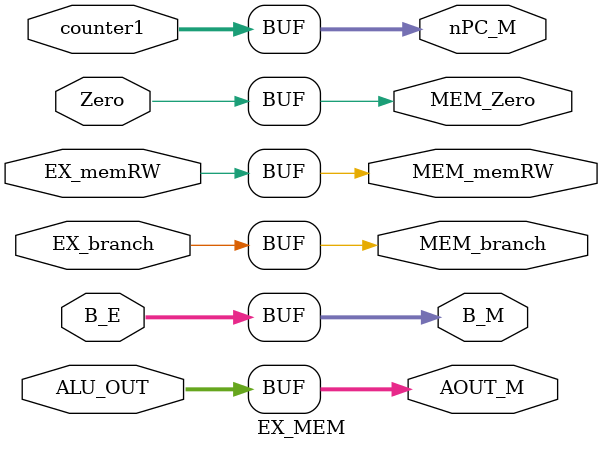
<source format=v>
module EX_MEM (counter1, Zero, ALU_OUT, B_E, EX_branch, EX_memRW, nPC_M, MEM_Zero, AOUT_M, B_M, MEM_branch, MEM_memRW);

    input [31:0] counter1;
    input Zero;
    input [31:0] ALU_OUT;
    input [31:0] B_E;
    input EX_branch;
    input EX_memRW;

    output reg [31:0] nPC_M;
    output reg MEM_Zero;
    output reg [31:0] AOUT_M;
    output reg [31:0] B_M;
    output reg MEM_branch;
    output reg MEM_memRW;

    always @(*) begin
        nPC_M <= counter1;
        MEM_Zero <= Zero;
        AOUT_M <= ALU_OUT;
        B_M <= B_E;
        MEM_branch <= EX_branch;
        MEM_memRW <= EX_memRW;
    end


endmodule
</source>
